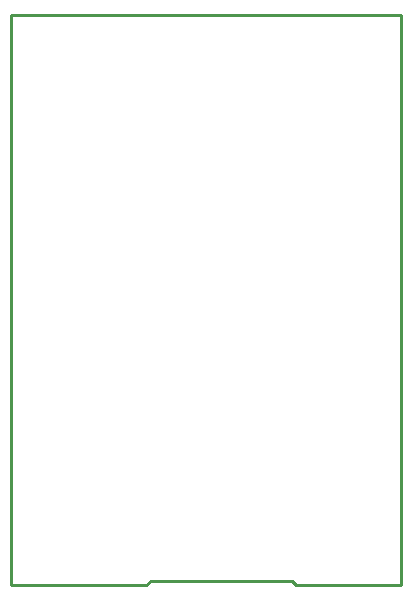
<source format=gbr>
G04 #@! TF.GenerationSoftware,KiCad,Pcbnew,no-vcs-found-bf44d39~61~ubuntu16.04.1*
G04 #@! TF.CreationDate,2018-01-10T12:05:20+02:00*
G04 #@! TF.ProjectId,ESP32-PRO_Rev_B,45535033322D50524F5F5265765F422E,C*
G04 #@! TF.SameCoordinates,Original*
G04 #@! TF.FileFunction,Profile,NP*
%FSLAX46Y46*%
G04 Gerber Fmt 4.6, Leading zero omitted, Abs format (unit mm)*
G04 Created by KiCad (PCBNEW no-vcs-found-bf44d39~61~ubuntu16.04.1) date Wed Jan 10 12:05:20 2018*
%MOMM*%
%LPD*%
G01*
G04 APERTURE LIST*
%ADD10C,0.254000*%
G04 APERTURE END LIST*
D10*
X151130000Y-109220000D02*
X160020000Y-109220000D01*
X150749000Y-108839000D02*
X151130000Y-109220000D01*
X138811000Y-108839000D02*
X150749000Y-108839000D01*
X138430000Y-109220000D02*
X138811000Y-108839000D01*
X127000000Y-109220000D02*
X138430000Y-109220000D01*
X127000000Y-60960000D02*
X160020000Y-60960000D01*
X127000000Y-109220000D02*
X127000000Y-60960000D01*
X160020000Y-109220000D02*
X160020000Y-60960000D01*
M02*

</source>
